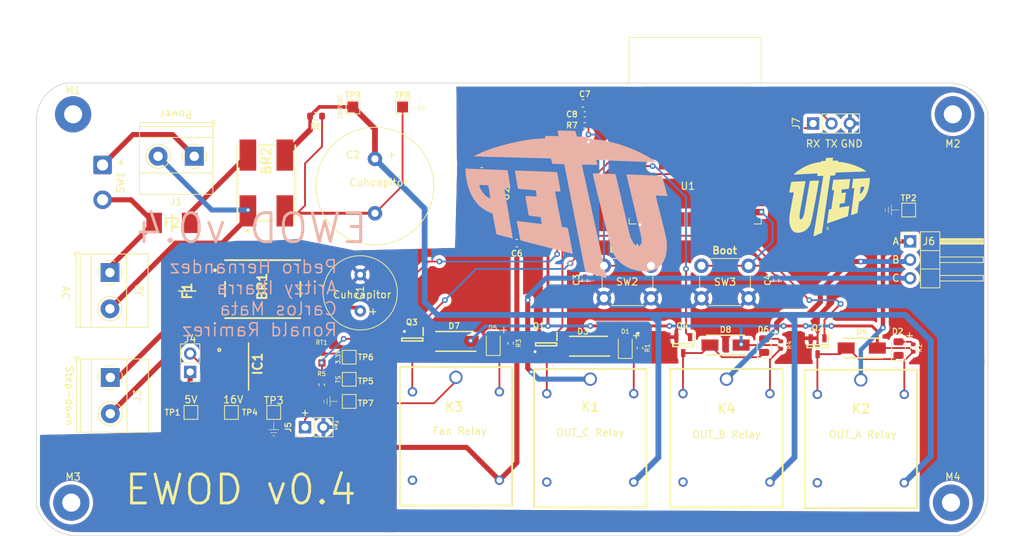
<source format=kicad_pcb>
(kicad_pcb (version 20211014) (generator pcbnew)
  (layers (0 "F.Cu" signal) (31 "B.Cu" signal) (34 "B.Paste" user) (35 "F.Paste" user) (36 "B.SilkS" user "B.Silkscreen") (37 "F.SilkS" user "F.Silkscreen") (38 "B.Mask" user) (39 "F.Mask" user) (44 "Edge.Cuts" user))
  (net 0 "")
  (net 1 "TEMP_SENS")
  (net 3 "IN_C")
  (net 4 "IN_B")
  (net 5 "IN_A")
  (net 9 "GND")
  (net 10 "+3V3")
  (net 11 "IN_D")
  (net 22 "/164DC")
  (net 23 "Net-(BR2-Pad2)")
  (net 24 "/R_POS")
  (net 25 "Net-(F1-Pad1)")
  (net 26 "Net-(BR1-Pad1)")
  (net 27 "/PSEL")
  (net 28 "/AC_N")
  (net 29 "/AC_P")
  (net 30 "Net-(D6-Pad1)")
  (net 31 "Net-(D2-Pad1)")
  (net 32 "Net-(D1-Pad1)")
  (net 33 "/OUT_D")
  (net 35 "/OUT_C")
  (net 37 "/OUT_A")
  (net 39 "/OUT_B")
  (net 41 "Net-(D1-Pad2)")
  (net 42 "Net-(D2-Pad2)")
  (net 43 "Net-(D6-Pad2)")
  (net 44 "Net-(IC1-Pad2)")
  (net 45 "Net-(BR2-Pad4)")
  (net 46 "Net-(BR1-Pad4)")
  (net 47 "EN")
  (net 48 "IO0")
  (net 49 "+5V")
  (net 50 "Net-(D5-Pad1)")
  (net 51 "Net-(D5-Pad2)")
  (net 52 "/ESP_RX")
  (net 53 "/ESP_TX")
  (footprint "1A Fuse:FUSC6125X279N" (layer "F.Cu") (at 105.156 64.262 90)
    (fp_text reference "F1")
    (fp_text value "0679L1000-01" hide)
  )
  (footprint "TestPoint:TestPoint_Pad_1.5x1.5mm" (layer "F.Cu") (at 111.252 81.026)
    (fp_text reference "TP4")
    (fp_text value "TestPoint_Alt")
  )
  (footprint "RF_Module:ESP32-WROOM-32" (layer "F.Cu") (at 175.26 45.128)
    (fp_text reference "U1")
    (fp_text value "ESP32-WROOM-32")
  )
  (footprint "TerminalBlock_Phoenix:TerminalBlock_Phoenix_MKDS-1,5-2_1x02_P5.00mm_Horizontal" (layer "F.Cu") (at 94.488 61.722 -90)
    (fp_text reference "J2")
    (fp_text value "Screw_Terminal_01x02")
  )
  (footprint "Capacitor_SMD:C_0402_1005Metric" (layer "F.Cu") (at 160.02 62.738 90)
    (fp_text reference "C3")
    (fp_text value "0.1uF")
  )
  (footprint "Connector_Wire:SolderWire-0.75sqmm_1x02_P4.8mm_D1.25mm_OD2.3mm" (layer "F.Cu") (at 93.472 46.876 -90)
    (fp_text reference "SW1")
    (fp_text value "SW_SPST")
  )
  (footprint "Resistor_SMD:R_0402_1005Metric" (layer "F.Cu") (at 167.64 72.136 -90)
    (fp_text reference "R1")
    (fp_text value "330")
  )
  (footprint "MountingHole:MountingHole_2.5mm_Pad" (layer "F.Cu") (at 89.408 39.878)
    (fp_text reference "M1")
    (fp_text value "MountingHole_2.5mm_Pad")
  )
  (footprint "S1G:DIOM5227X250N" (layer "F.Cu") (at 198.246 72.136 180)
    (fp_text reference "D4")
    (fp_text value "S1G" hide)
  )
  (footprint "SRD-05VDC:SRD" (layer "F.Cu") (at 160.782 76.432 -90)
    (fp_text reference "K1")
    (fp_text value "SRD-05VDC-SL-C" hide)
  )
  (footprint "Button_Switch_THT:SW_PUSH_6mm" (layer "F.Cu") (at 169.164 65.278 180)
    (fp_text reference "SW2")
    (fp_text value "SW_Push")
  )
  (footprint "TerminalBlock_Phoenix:TerminalBlock_Phoenix_MKDS-1,5-2_1x02_P5.00mm_Horizontal" (layer "F.Cu") (at 106.132 45.669 180)
    (fp_text reference "J1")
    (fp_text value "Screw_Terminal_01x02")
  )
  (footprint "TestPoint:TestPoint_Pad_1.5x1.5mm" (layer "F.Cu") (at 128.016 38.862)
    (fp_text reference "TP9")
    (fp_text value "TestPoint_Alt")
  )
  (footprint "MountingHole:MountingHole_2.5mm_Pad" (layer "F.Cu") (at 210.82 39.878)
    (fp_text reference "M2")
    (fp_text value "MountingHole_2.5mm_Pad")
  )
  (footprint "SRD-05VDC:SRD" (layer "F.Cu") (at 179.578 76.432 -90)
    (fp_text reference "K4")
    (fp_text value "SRD-05VDC-SL-C" hide)
  )
  (footprint "Resistor_SMD:R_0402_1005Metric" (layer "F.Cu") (at 149.776 71.472 -90)
    (fp_text reference "R3")
    (fp_text value "330")
  )
  (footprint "Connector_PinHeader_2.54mm:PinHeader_1x03_P2.54mm_Vertical" (layer "F.Cu") (at 191.531 41.148 90)
    (fp_text reference "J7")
    (fp_text value "Conn_01x03_Male")
  )
  (footprint "MountingHole:MountingHole_2.5mm_Pad" (layer "F.Cu") (at 210.566 93.472)
    (fp_text reference "M4")
    (fp_text value "MountingHole_2.5mm_Pad")
  )
  (footprint "Capacitor_THT:C_Radial_D16.0mm_H25.0mm_P7.50mm" (layer "F.Cu") (at 131.064 46.034 -90)
    (fp_text reference "C2")
    (fp_text value "100uF")
  )
  (footprint "UTEP:utep" (layer "F.Cu") (at 193.802 51.308)
    (fp_text reference "G***")
    (fp_text value "LOGO" hide)
  )
  (footprint "NCU18XH103F6SRB:THRMC1608X95N" (layer "F.Cu") (at 123.748 73.448 -90)
    (fp_text reference "RT1")
    (fp_text value "NCU18XH103F6SRB" hide)
  )
  (footprint "TerminalBlock_Phoenix:TerminalBlock_Phoenix_MKDS-1,5-2_1x02_P5.00mm_Horizontal" (layer "F.Cu") (at 94.539 76.2 -90)
    (fp_text reference "J3")
    (fp_text value "Screw_Terminal_01x02")
  )
  (footprint "TestPoint:TestPoint_Pad_1.5x1.5mm" (layer "F.Cu") (at 117.094 81.026)
    (fp_text reference "TP3")
    (fp_text value "TestPoint_Alt")
  )
  (footprint "LED_SMD:LED_0805_2012Metric" (layer "F.Cu") (at 203.326 72.2145 90)
    (fp_text reference "D2")
    (fp_text value "LED")
  )
  (footprint "Resistor_SMD:R_0603_1608Metric" (layer "F.Cu") (at 122.936 40.132 180)
    (fp_text reference "R6")
    (fp_text value "1M")
  )
  (footprint "S1G:DIOM5227X250N" (layer "F.Cu") (at 160.526 71.882 180)
    (fp_text reference "D3")
    (fp_text value "S1G" hide)
  )
  (footprint "TestPoint:TestPoint_Pad_1.5x1.5mm" (layer "F.Cu") (at 204.724 53.086)
    (fp_text reference "TP2")
    (fp_text value "TestPoint_Alt")
  )
  (footprint "GND_logo:gnd-logo" (layer "F.Cu") (at 124.968 79.502 -90)
    (fp_text reference "G***")
    (fp_text value "LOGO" hide)
  )
  (footprint "Resistor_SMD:R_0402_1005Metric" (layer "F.Cu") (at 205.358 72.136 -90)
    (fp_text reference "R2")
    (fp_text value "330")
  )
  (footprint "CD-DF410S:CD-DF410S" (layer "F.Cu") (at 116.078 49.356)
    (fp_text reference "BR2")
    (fp_text value "CD-DF410S" hide)
  )
  (footprint "GND_logo:gnd-logo" (layer "F.Cu") (at 117.094 83.312)
    (fp_text reference "G***")
    (fp_text value "LOGO" hide)
  )
  (footprint "SS8050:SOT95P240X115-3N" (layer "F.Cu") (at 136.214 70.964 -90)
    (fp_text reference "Q3")
    (fp_text value "SS8050-G" hide)
  )
  (footprint "GND_logo:gnd-logo" (layer "F.Cu") (at 202.438 53.086 -90)
    (fp_text reference "G***")
    (fp_text value "LOGO" hide)
  )
  (footprint "TestPoint:TestPoint_Pad_1.5x1.5mm" (layer "F.Cu") (at 134.874 38.862)
    (fp_text reference "TP8")
    (fp_text value "TestPoint_Alt")
  )
  (footprint "TestPoint:TestPoint_Pad_1.5x1.5mm" (layer "F.Cu") (at 105.664 81.026)
    (fp_text reference "TP1")
    (fp_text value "TestPoint_Alt")
  )
  (footprint "LED_SMD:LED_0805_2012Metric" (layer "F.Cu") (at 184.784 71.806859 90)
    (fp_text reference "D6")
    (fp_text value "LED")
  )
  (footprint "Package_TO_SOT_SMD:SOT-223-3_TabPin2" (layer "F.Cu") (at 151.13 51.054 90)
    (fp_text reference "U2")
    (fp_text value "NCP1117-3.3_SOT223")
  )
  (footprint "SRD-05VDC:SRD" (layer "F.Cu") (at 142.24 76.178 -90)
    (fp_text reference "K3")
    (fp_text value "SRD-05VDC-SL-C" hide)
  )
  (footprint "Resistor_SMD:R_0402_1005Metric" (layer "F.Cu") (at 123.698 77.214 -90)
    (fp_text reference "R5")
    (fp_text value "10k")
  )
  (footprint "SS8050:SOT95P240X115-3N" (layer "F.Cu") (at 192.15 71.882 -90)
    (fp_text reference "Q2")
    (fp_text value "SS8050-G" hide)
  )
  (footprint "SRD-05VDC:SRD" (layer "F.Cu") (at 198.12 76.532 -90)
    (fp_text reference "K2")
    (fp_text value "SRD-05VDC-SL-C" hide)
  )
  (footprint "Capacitor_SMD:C_0603_1608Metric" (layer "F.Cu") (at 150.635 57.658 180)
    (fp_text reference "C6")
    (fp_text value "10uF")
  )
  (footprint "Connector_PinHeader_2.54mm:PinHeader_1x02_P2.54mm_Vertical" (layer "F.Cu") (at 105.557 75.438 180)
    (fp_text reference "J4")
    (fp_text value "Conn_01x02_Male")
  )
  (footprint "MountingHole:MountingHole_2.5mm_Pad" (layer "F.Cu") (at 89.154 93.472)
    (fp_text reference "M3")
    (fp_text value "MountingHole_2.5mm_Pad")
  )
  (footprint "TestPoint:TestPoint_Pad_1.5x1.5mm" (layer "F.Cu") (at 127.508 73.406)
    (fp_text reference "TP6")
    (fp_text value "TestPoint_Alt")
  )
  (footprint "Capacitor_SMD:C_0402_1005Metric" (layer "F.Cu") (at 160.528 43.18 -90)
    (fp_text reference "C5")
    (fp_text value "0.1uF")
  )
  (footprint "S1G:DIOM5227X250N" (layer "F.Cu") (at 142.056 71.218 180)
    (fp_text reference "D7")
    (fp_text value "S1G" hide)
  )
  (footprint "CD-DF410S:CD-DF410S" (layer "F.Cu") (at 115.57 64.008 -90)
    (fp_text reference "BR1")
    (fp_text value "CD-DF410S" hide)
  )
  (footprint "BA17805FP-E2:ROHM_TO-252-3" (layer "F.Cu") (at 119.126 74.676 -90)
    (fp_text reference "IC1")
    (fp_text value "BA17805FP-E2" hide)
  )
  (footprint "Capacitor_SMD:C_0603_1608Metric" (layer "F.Cu") (at 145.796 47.752 180)
    (fp_text reference "C9")
    (fp_text value "10uF")
  )
  (footprint "LED_SMD:LED_0805_2012Metric" (layer "F.Cu") (at 165.606 71.882 90)
    (fp_text reference "D1")
    (fp_text value "LED")
  )
  (footprint "Capacitor_SMD:C_0603_1608Metric" (layer "F.Cu") (at 159.766 38.354 180)
    (fp_text reference "C7")
    (fp_text value "22uF")
  )
  (footprint "Resistor_SMD:R_0402_1005Metric" (layer "F.Cu") (at 160.02 41.402)
    (fp_text reference "R7")
    (fp_text value "10k")
  )
  (footprint "Connector_PinHeader_2.54mm:PinHeader_1x02_P2.54mm_Vertical" (layer "F.Cu") (at 121.412 83.058 90)
    (fp_text reference "J5")
    (fp_text value "Conn_01x02_Male")
  )
  (footprint "Capacitor_SMD:C_0402_1005Metric" (layer "F.Cu") (at 186.436 62.738 90)
    (fp_text reference "C4")
    (fp_text value "0.1uF")
  )
  (footprint "Capacitor_SMD:C_0402_1005Metric" (layer "F.Cu") (at 160.02 39.878 180)
    (fp_text reference "C8")
    (fp_text value "0.1uF")
  )
  (footprint "Capacitor_THT:C_Radial_D10.0mm_H16.0mm_P5.00mm" (layer "F.Cu") (at 129.032 67.016 90)
    (fp_text reference "C1")
    (fp_text value "1000uF")
  )
  (footprint "Resistor_SMD:R_0402_1005Metric" (layer "F.Cu") (at 187.07 71.728359 -90)
    (fp_text reference "R4")
    (fp_text value "330")
  )
  (footprint "TestPoint:TestPoint_Pad_1.5x1.5mm" (layer "F.Cu") (at 127.508 76.454)
    (fp_text reference "TP5")
    (fp_text value "TestPoint_Alt")
  )
  (footprint "Connector_PinHeader_2.54mm:PinHeader_1x03_P2.54mm_Horizontal" (layer "F.Cu") (at 204.921 57.419)
    (fp_text reference "J6")
    (fp_text value "Conn_01x03_Male")
  )
  (footprint "TestPoint:TestPoint_Pad_1.5x1.5mm" (layer "F.Cu") (at 127.508 79.502)
    (fp_text reference "TP7")
    (fp_text value "TestPoint_Alt")
  )
  (footprint "SS8050:SOT95P240X115-3N" (layer "F.Cu") (at 173.608 71.728359 -90)
    (fp_text reference "Q4")
    (fp_text value "SS8050-G" hide)
  )
  (footprint "SS8050:SOT95P240X115-3N" (layer "F.Cu") (at 154.684 71.628 -90)
    (fp_text reference "Q1")
    (fp_text value "SS8050-G" hide)
  )
  (footprint "S1G:DIOM5227X250N" (layer "F.Cu") (at 179.45 71.728359 180)
    (fp_text reference "D8")
    (fp_text value "S1G" hide)
  )
  (footprint "LED_SMD:LED_0805_2012Metric" (layer "F.Cu") (at 147.39 71.472 90)
    (fp_text reference "D5")
    (fp_text value "LED")
  )
  (footprint "GND_logo:gnd-logo" (layer "F.Cu") (at 137.16 38.956 90)
    (fp_text reference "G***")
    (fp_text value "LOGO" hide)
  )
  (footprint "Button_Switch_THT:SW_PUSH_6mm" (layer "F.Cu") (at 182.626 65.278 180)
    (fp_text reference "SW3")
    (fp_text value "SW_Push")
  )
  (footprint "1A Fuse:FUSC6125X279N" (layer "F.Cu") (at 103.039 54.864)
    (fp_text reference "F2")
    (fp_text value "0679L1000-01" hide)
  )
  (footprint "UTEP_logo_V2:utep_logo_v2" (layer "B.Cu") (at 157.48 52.324 180)
    (fp_text reference "G***")
    (fp_text value "LOGO" hide)
  )
  (gr_arc (start 210.524653 35.56) (mid 213.776557 36.786091) (end 215.646 39.715828) (layer "Edge.Cuts") (width 0.1))
  (gr_arc (start 84.328 40.640169) (mid 85.482942 37.401184) (end 88.387455 35.560337) (layer "Edge.Cuts") (width 0.1))
  (gr_line (start 215.646 92.456) (end 215.646 92.202) (layer "Edge.Cuts") (width 0.1))
  (gr_line (start 211.490172 98.044) (end 89.916 98.044) (layer "Edge.Cuts") (width 0.1))
  (gr_arc (start 89.916 98.044) (mid 86.429763 96.89688) (end 84.328 93.888172) (layer "Edge.Cuts") (width 0.1))
  (gr_arc (start 215.646 92.456) (mid 214.497526 95.94123) (end 211.490172 98.044) (layer "Edge.Cuts") (width 0.1))
  (gr_line (start 215.646 91.186) (end 215.646 92.202) (layer "Edge.Cuts") (width 0.1))
  (gr_line (start 84.328 93.888172) (end 84.328 40.640169) (layer "Edge.Cuts") (width 0.1))
  (gr_line (start 88.387455 35.560337) (end 210.524653 35.56) (layer "Edge.Cuts") (width 0.1))
  (gr_line (start 215.646 39.715828) (end 215.646 91.186) (layer "Edge.Cuts") (width 0.1))
  (gr_text "EWOD v0.4" (at 114.046 55.626) (layer "B.SilkS") (effects (font (size 4 4) (thickness 0.4)) (justify mirror)))
  (gr_text "Pedro Hernandez\nAritzy Ibarra\nCarlos Mata\nRonald Ramirez" (at 125.984 65.278) (layer "B.SilkS") (effects (font (size 1.8 1.8) (thickness 0.2)) (justify left mirror)))
  (gr_text "Step-down" (at 88.9 78.74 270) (layer "F.SilkS") (effects (font (size 1 1))))
  (gr_text "Power" (at 103.632 39.878 180) (layer "F.SilkS") (effects (font (size 1 1))))
  (gr_text "+" (at 186.308 69.950359) (layer "F.SilkS") (effects (font (size 1 1))))
  (gr_text "Fan" (at 125.73 82.804 270) (layer "F.SilkS") (effects (font (size 0.5 0.5) (thickness 0.1))))
  (gr_text "TX" (at 194.056 43.942) (layer "F.SilkS") (effects (font (size 1 1))))
  (gr_text "+" (at 96.012 46.482) (layer "F.SilkS") (effects (font (size 1 1))))
  (gr_text "B" (at 202.946 59.944) (layer "F.SilkS") (effects (font (size 1 1))))
  (gr_text "TS" (at 125.984 76.454 90) (layer "F.SilkS") (effects (font (size 0.6 0.6) (thickness 0.1))))
  (gr_text "Enable" (at 165.914 58.42) (layer "F.SilkS") (effects (font (size 1 1) (thickness 0.2))))
  (gr_text "+" (at 121.412 81.026) (layer "F.SilkS") (effects (font (size 1 1))))
  (gr_text "AC" (at 88.392 64.516 270) (layer "F.SilkS") (effects (font (size 1 1))))
  (gr_text "160VDC" (at 126.238 38.862 90) (layer "F.SilkS") (effects (font (size 0.6 0.6) (thickness 0.1))))
  (gr_text "OUT_A Relay" (at 198.374 84.074) (layer "F.SilkS") (effects (font (size 1 1))))
  (gr_text "+" (at 148.844 69.596) (layer "F.SilkS") (effects (font (size 1 1))))
  (gr_text "OUT_B Relay" (at 179.578 84.074) (layer "F.SilkS") (effects (font (size 1 1))))
  (gr_text "Fan Relay" (at 142.748 83.566) (layer "F.SilkS") (effects (font (size 1 1))))
  (gr_text "+" (at 133.35 45.466) (layer "F.SilkS") (effects (font (size 1 1))))
  (gr_text "Boot" (at 179.324 58.674) (layer "F.SilkS") (effects (font (size 1 1) (thickness 0.2))))
  (gr_text "EWOD v0.4" (at 112.522 91.694) (layer "F.SilkS") (effects (font (size 4 4) (thickness 0.4))))
  (gr_text "+" (at 167.13 70.358) (layer "F.SilkS") (effects (font (size 1 1))))
  (gr_text "Cuhcapitor" (at 129.286 64.77) (layer "F.SilkS") (effects (font (size 1 1))))
  (gr_text "OUT_C Relay" (at 160.782 83.82) (layer "F.SilkS") (effects (font (size 1 1))))
  (gr_text "3.3V" (at 125.984 73.406 90) (layer "F.SilkS") (effects (font (size 0.6 0.6) (thickness 0.1))))
  (gr_text "C" (at 202.946 62.484) (layer "F.SilkS") (effects (font (size 1 1))))
  (gr_text "A" (at 202.946 57.404) (layer "F.SilkS") (effects (font (size 1 1))))
  (gr_text "+" (at 204.85 70.358) (layer "F.SilkS") (effects (font (size 1 1))))
  (gr_text "GND" (at 196.85 43.942) (layer "F.SilkS") (effects (font (size 1 1))))
  (gr_text "Cuhcapitor" (at 131.572 49.276) (layer "F.SilkS") (effects (font (size 1 1))))
  (gr_text "16V" (at 111.506 79.248) (layer "F.SilkS") (effects (font (size 1 1))))
  (gr_text "+" (at 130.81 67.056) (layer "F.SilkS") (effects (font (size 1 1))))
  (gr_text "5V" (at 105.664 79.248) (layer "F.SilkS") (effects (font (size 1 1))))
  (gr_text "RX" (at 191.516 43.942) (layer "F.SilkS") (effects (font (size 1 1))))
  (segment (start 156.21 51.054) (end 156.21 59.182) (width 0.25) (layer "F.Cu") (net 1))
  (segment (start 123.748 74.198) (end 123.748 76.654) (width 0.25) (layer "F.Cu") (net 1))
  (segment (start 127.762 70.866) (end 126.746 70.866) (width 0.25) (layer "F.Cu") (net 1))
  (segment (start 139.954 60.198) (end 138.43 60.198) (width 0.25) (layer "F.Cu") (net 1))
  (segment (start 166.76 43.053) (end 164.211 43.053) (width 0.25) (layer "F.Cu") (net 1))
  (segment (start 123.948 76.454) (end 127.508 76.454) (width 0.25) (layer "F.Cu") (net 1))
  (segment (start 164.211 43.053) (end 156.21 51.054) (width 0.25) (layer "F.Cu") (net 1))
  (segment (start 138.43 60.198) (end 127.762 70.866) (width 0.25) (layer "F.Cu") (net 1))
  (segment (start 123.748 76.654) (end 123.698 76.704) (width 0.25) (layer "F.Cu") (net 1))
  (segment (start 123.698 76.704) (end 123.948 76.454) (width 0.25) (layer "F.Cu") (net 1))
  (via (at 126.746 70.866) (size 0.8) (drill 0.4) (layers "F.Cu" "B.Cu") (net 1))
  (via (at 139.954 60.198) (size 0.8) (drill 0.4) (layers "F.Cu" "B.Cu") (net 1))
  (via (at 156.21 59.182) (size 0.8) (drill 0.4) (layers "F.Cu" "B.Cu") (net 1))
  (via (at 123.698 74.168) (size 0.8) (drill 0.4) (layers "F.Cu" "B.Cu") (net 1))
  (segment (start 155.194 60.198) (end 139.954 60.198) (width 0.25) (layer "B.Cu") (net 1))
  (segment (start 156.21 59.182) (end 155.194 60.198) (width 0.25) (layer "B.Cu") (net 1))
  (segment (start 123.698 73.914) (end 123.698 74.168) (width 0.25) (layer "B.Cu") (net 1))
  (segment (start 126.746 70.866) (end 123.698 73.914) (width 0.25) (layer "B.Cu") (net 1))
  (segment (start 166.76 45.593) (end 164.211 45.593) (width 0.25) (layer "F.Cu") (net 3))
  (segment (start 164.211 45.593) (end 156.934511 52.869489) (width 0.25) (layer "F.Cu") (net 3))
  (segment (start 156.934511 52.869489) (end 156.934511 69.227489) (width 0.25) (layer "F.Cu") (net 3))
  (segment (start 156.934511 69.227489) (end 155.634 70.528) (width 0.25) (layer "F.Cu") (net 3))
  (segment (start 173.99 61.214) (end 173.99 70.060359) (width 0.25) (layer "F.Cu") (net 4))
  (segment (start 173.99 70.060359) (end 174.558 70.628359) (width 0.25) (layer "F.Cu") (net 4))
  (segment (start 166.76 46.863) (end 166.924511 47.027511) (width 0.25) (layer "F.Cu") (net 4))
  (segment (start 166.924511 47.027511) (end 169.380489 47.027511) (width 0.25) (layer "F.Cu") (net 4))
  (via (at 169.380489 47.027511) (size 0.8) (drill 0.4) (layers "F.Cu" "B.Cu") (net 4))
  (via (at 173.99 61.214) (size 0.8) (drill 0.4) (layers "F.Cu" "B.Cu") (net 4))
  (segment (start 169.380489 47.027511) (end 169.464125 47.027511) (width 0.25) (layer "B.Cu") (net 4))
  (segment (start 169.709511 47.027511) (end 173.99 51.308) (width 0.25) (layer "B.Cu") (net 4))
  (segment (start 173.99 51.308) (end 173.99 61.214) (width 0.25) (layer "B.Cu") (net 4))
  (segment (start 169.380489 47.027511) (end 169.709511 47.027511) (width 0.25) (layer "B.Cu") (net 4))
  (segment (start 182.372 56.896) (end 190.754 65.278) (width 0.25) (layer "F.Cu") (net 5))
  (segment (start 195.326 66.04) (end 193.1 68.266) (width 0.25) (layer "F.Cu") (net 5))
  (segment (start 166.76 48.133) (end 176.994022 48.133) (width 0.25) (layer "F.Cu") (net 5))
  (segment (start 182.372 53.510978) (end 182.372 56.896) (width 0.25) (layer "F.Cu") (net 5))
  (segment (start 193.1 68.266) (end 193.1 70.782) (width 0.25) (layer "F.Cu") (net 5))
  (segment (start 176.994022 48.133) (end 182.372 53.510978) (width 0.25) (layer "F.Cu") (net 5))
  (segment (start 190.754 65.278) (end 191.008 65.532) (width 0.25) (layer "F.Cu") (net 5))
  (via (at 191.008 65.532) (size 0.8) (drill 0.4) (layers "F.Cu" "B.Cu") (net 5))
  (via (at 195.326 66.04) (size 0.8) (drill 0.4) (layers "F.Cu" "B.Cu") (net 5))
  (segment (start 194.818 65.532) (end 195.326 66.04) (width 0.25) (layer "B.Cu") (net 5))
  (segment (start 191.008 65.532) (end 194.818 65.532) (width 0.25) (layer "B.Cu") (net 5))
  (via (at 167.386 70.104) (size 0.8) (drill 0.4) (layers "F.Cu" "B.Cu") (net 9))
  (via (at 167.64 55.118) (size 0.8) (drill 0.4) (layers "F.Cu" "B.Cu") (net 9))
  (via (at 153.162 72.644) (size 0.8) (drill 0.4) (layers "F.Cu" "B.Cu") (net 9))
  (via (at 160.528 43.688) (size 0.8) (drill 0.4) (layers "F.Cu" "B.Cu") (net 9))
  (via (at 135.128 69.85) (size 0.8) (drill 0.4) (layers "F.Cu" "B.Cu") (net 9))
  (segment (start 123.948 72.898) (end 127 72.898) (width 0.25) (layer "F.Cu") (net 10))
  (segment (start 154.94 69.088) (end 154.94 53.164978) (width 0.4) (layer "F.Cu") (net 10))
  (segment (start 127 72.898) (end 127.508 73.406) (width 0.25) (layer "F.Cu") (net 10))
  (segment (start 166.782 73.502) (end 167.638 72.646) (width 0.25) (layer "F.Cu") (net 10))
  (segment (start 205.358 72.646) (end 204.848 72.136) (width 0.25) (layer "F.Cu") (net 10))
  (segment (start 148.24 78.178) (end 148.24 73.518) (width 0.25) (layer "F.Cu") (net 10))
  (segment (start 138.674978 69.85) (end 143.002 69.85) (width 0.25) (layer "F.Cu") (net 10))
  (segment (start 154.94 53.164978) (end 152.575022 50.8) (width 0.4) (layer "F.Cu") (net 10))
  (segment (start 171.704 69.088) (end 162.814 69.088) (width 0.4) (layer "F.Cu") (net 10))
  (segment (start 148.24 73.518) (end 149.776 71.982) (width 0.25) (layer "F.Cu") (net 10))
  (segment (start 200.396 69.84) (end 199.644 69.088) (width 0.4) (layer "F.Cu") (net 10))
  (segment (start 146.723 47.904) (end 146.571 47.752) (width 0.25) (layer "F.Cu") (net 10))
  (segment (start 157.632 41.402) (end 159.51 41.402) (width 0.4) (layer "F.Cu") (net 10))
  (segment (start 151.13 50.8) (end 151.13 47.904) (width 0.4) (layer "F.Cu") (net 10))
  (segment (start 127.508 73.406) (end 129.724511 71.189489) (width 0.25) (layer "F.Cu") (net 10))
  (segment (start 151.13 54.204) (end 151.13 50.8) (width 0.4) (layer "F.Cu") (net 10))
  (segment (start 144.206 71.218) (end 144.33452 71.34652) (width 0.25) (layer "F.Cu") (net 10))
  (segment (start 160.5 38.395) (end 160.541 38.354) (width 0.25) (layer "F.Cu") (net 10))
  (segment (start 137.335489 71.189489) (end 138.674978 69.85) (width 0.25) (layer "F.Cu") (net 10))
  (segment (start 123.748 72.698) (end 123.948 72.898) (width 0.25) (layer "F.Cu") (net 10))
  (segment (start 185.578 78.412) (end 185.578 73.730359) (width 0.25) (layer "F.Cu") (net 10))
  (segment (start 162.676 71.882) (end 162.676 69.458) (width 0.4) (layer "F.Cu") (net 10))
  (segment (start 199.644 69.088) (end 194.056 69.088) (width 0.4) (layer "F.Cu") (net 10))
  (segment (start 200.396 72.136) (end 200.396 69.84) (width 0.4) (layer "F.Cu") (net 10))
  (segment (start 204.12 78.532) (end 204.12 73.884) (width 0.25) (layer "F.Cu") (net 10))
  (segment (start 160.922 37.973) (end 160.541 38.354) (width 0.25) (layer "F.Cu") (net 10))
  (segment (start 162.676 69.458) (end 162.676 69.226) (width 0.4) (layer "F.Cu") (net 10))
  (segment (start 162.814 69.088) (end 162.306 69.088) (width 0.4) (layer "F.Cu") (net 10))
  (segment (start 204.12 73.884) (end 205.358 72.646) (width 0.25) (layer "F.Cu") (net 10))
  (segment (start 162.306 69.088) (end 160.782 69.088) (width 0.4) (layer "F.Cu") (net 10))
  (segment (start 185.578 73.730359) (end 187.07 72.238359) (width 0.25) (layer "F.Cu") (net 10))
  (segment (start 190.5 69.088) (end 187.452 69.088) (width 0.4) (layer "F.Cu") (net 10))
  (segment (start 187.07 72.238359) (end 186.56 71.728359) (width 0.25) (layer "F.Cu") (net 10))
  (segment (start 160.5 40.412) (end 160.5 39.624) (width 0.25) (layer "F.Cu") (net 10))
  (segment (start 162.676 69.458) (end 162.306 69.088) (width 0.4) (layer "F.Cu") (net 10))
  (segment (start 151.13 47.904) (end 146.723 47.904) (width 0.25) (layer "F.Cu") (net 10))
  (segment (start 151.13 47.904) (end 157.632 41.402) (width 0.4) (layer "F.Cu") (net 10))
  (segment (start 144.33452 71.34652) (end 149.14052 71.34652) (width 0.25) (layer "F.Cu") (net 10))
  (segment (start 186.56 71.728359) (end 181.6 71.728359) (width 0.25) (layer "F.Cu") (net 10))
  (segment (start 166.782 78.432) (end 166.782 73.502) (width 0.25) (layer "F.Cu") (net 10))
  (segment (start 152.575022 50.8) (end 151.13 50.8) (width 0.4) (layer "F.Cu") (net 10))
  (segment (start 167.638 72.646) (end 166.874 71.882) (width 0.25) (layer "F.Cu") (net 10))
  (segment (start 143.002 69.85) (end 144.272 71.12) (width 0.25) (layer "F.Cu") (net 10))
  (segment (start 129.724511 71.189489) (end 137.335489 71.189489) (width 0.25) (layer "F.Cu") (net 10))
  (segment (start 159.51 41.402) (end 160.5 40.412) (width 0.25) (layer "F.Cu") (net 10))
  (segment (start 166.874 71.882) (end 162.676 71.882) (width 0.25) (layer "F.Cu") (net 10))
  (segment (start 160.5 39.624) (end 160.5 38.395) (width 0.25) (layer "F.Cu") (net 10))
  (segment (start 204.848 72.136) (end 200.396 72.136) (width 0.25) (layer "F.Cu") (net 10))
  (segment (start 166.76 37.973) (end 160.922 37.973) (width 0.25) (layer "F.Cu") (net 10))
  (segment (start 162.676 69.226) (end 162.814 69.088) (width 0.4) (layer "F.Cu") (net 10))
  (segment (start 149.14052 71.34652) (end 149.776 71.982) (width 0.25) (layer "F.Cu") (net 10))
  (via (at 144.272 71.12) (size 0.8) (drill 0.4) (layers "F.Cu" "B.Cu") (net 10))
  (via (at 187.452 69.088) (size 0.8) (drill 0.4) (layers "F.Cu" "B.Cu") (net 10))
  (via (at 160.782 69.088) (size 0.8) (drill 0.4) (layers "F.Cu" "B.Cu") (net 10))
  (via (at 171.704 69.088) (size 0.8) (drill 0.4) (layers "F.Cu" "B.Cu") (net 10))
  (via (at 190.5 69.088) (size 0.8) (drill 0.4) (layers "F.Cu" "B.Cu") (net 10))
  (via (at 181.61 71.628) (size 0.8) (drill 0.4) (layers "F.Cu" "B.Cu") (net 10))
  (via (at 154.94 69.088) (size 0.8) (drill 0.4) (layers "F.Cu" "B.Cu") (net 10))
  (via (at 194.056 69.088) (size 0.8) (drill 0.4) (layers "F.Cu" "B.Cu") (net 10))
  (segment (start 181.6 69.332) (end 181.6 71.618) (width 0.4) (layer "B.Cu") (net 10))
  (segment (start 194.056 69.088) (end 190.5 69.088) (width 0.4) (layer "B.Cu") (net 10))
  (segment (start 176.022 69.088) (end 171.704 69.088) (width 0.4) (layer "B.Cu") (net 10))
  (segment (start 181.6 71.618) (end 181.61 71.628) (width 0.4) (layer "B.Cu") (net 10))
  (segment (start 144.272 71.12) (end 146.304 69.088) (width 0.4) (layer "B.Cu") (net 10))
  (segment (start 181.356 69.088) (end 176.022 69.088) (width 0.4) (layer "B.Cu") (net 10))
  (segment (start 146.304 69.088) (end 160.782 69.088) (width 0.4) (layer "B.Cu") (net 10))
  (segment (start 181.6 69.332) (end 181.356 69.088) (width 0.4) (layer "B.Cu") (net 10))
  (segment (start 187.452 69.088) (end 181.356 69.088) (width 0.4) (layer "B.Cu") (net 10))
  (segment (start 137.164 69.084) (end 137.164 69.864) (width 0.25) (layer "F.Cu") (net 11))
  (segment (start 179.705 54.383) (end 179.705 55.633) (width 0.25) (layer "F.Cu") (net 11))
  (segment (start 178.696 56.642) (end 161.798 56.642) (width 0.25) (layer "F.Cu") (net 11))
  (segment (start 161.798 56.642) (end 157.988 60.452) (width 0.25) (layer "F.Cu") (net 11))
  (segment (start 140.716 65.532) (end 137.164 69.084) (width 0.25) (layer "F.Cu") (net 11))
  (segment (start 179.705 55.633) (end 178.696 56.642) (width 0.25) (layer "F.Cu") (net 11))
  (via (at 157.988 60.452) (size 0.8) (drill 0.4) (layers "F.Cu" "B.Cu") (net 11))
  (via (at 140.716 65.532) (size 0.8) (drill 0.4) (layers "F.Cu" "B.Cu") (net 11))
  (segment (start 157.988 60.452) (end 157.226 61.214) (width 0.25) (layer "B.Cu") (net 11))
  (segment (start 145.034 61.214) (end 140.716 65.532) (width 0.25) (layer "B.Cu") (net 11))
  (segment (start 157.226 61.214) (end 145.034 61.214) (width 0.25) (layer "B.Cu") (net 11))
  (segment (start 128.016 38.862) (end 123.381 38.862) (width 0.5) (layer "F.Cu") (net 22))
  (segment (start 123.381 38.862) (end 122.111 40.132) (width 0.5) (layer "F.Cu") (net 22))
  (segment (start 122.111 42.023) (end 122.111 40.132) (width 0.5) (layer "F.Cu") (net 22))
  (segment (start 118.628 45.506) (end 122.111 42.023) (width 0.8) (layer "F.Cu") (net 22))
  (segment (start 131.064 41.91) (end 128.016 38.862) (width 0.8) (layer "F.Cu") (net 22))
  (segment (start 131.064 46.034) (end 131.064 41.91) (width 0.8) (layer "F.Cu") (net 22))
  (segment (start 188.976 67.564) (end 188.976 68.58) (width 0.8) (layer "B.Cu") (net 22))
  (segment (start 139.7 67.564) (end 145.034 67.564) (width 0.8) (layer "B.Cu") (net 22))
  (segment (start 187.96 67.564) (end 187.706 67.564) (width 0.8) (layer "B.Cu") (net 22))
  (segment (start 145.034 67.564) (end 169.164 67.564) (width 0.8) (layer "B.Cu") (net 22))
  (segment (start 187.706 67.564) (end 188.976 67.564) (width 0.8) (layer "B.Cu") (net 22))
  (segment (start 207.772 87.08) (end 204.12 90.732) (width 0.8) (layer "B.Cu") (net 22))
  (segment (start 131.064 46.034) (end 137.922 52.892) (width 0.8) (layer "B.Cu") (net 22))
  (segment (start 188.976 67.564) (end 204.216 67.564) (width 0.8) (layer "B.Cu") (net 22))
  (segment (start 170.18 69.088) (end 170.18 87.234) (width 0.8) (layer "B.Cu") (net 22))
  (segment (start 188.976 68.58) (end 187.96 67.564) (width 0.8) (layer "B.Cu") (net 22))
  (segment (start 207.772 71.12) (end 207.772 87.08) (width 0.8) (layer "B.Cu") (net 22))
  (segment (start 137.922 65.786) (end 139.7 67.564) (width 0.8) (layer "B.Cu") (net 22))
  (segment (start 137.922 52.892) (end 137.922 65.786) (width 0.8) (layer "B.Cu") (net 22))
  (segment (start 169.164 67.564) (end 170.18 67.564) (width 0.8) (layer "B.Cu") (net 22))
  (segment (start 170.18 67.564) (end 187.706 67.564) (width 0.8) (layer "B.Cu") (net 22))
  (segment (start 170.18 68.58) (end 170.18 69.088) (width 0.8) (layer "B.Cu") (net 22))
  (segment (start 170.18 67.564) (end 170.18 69.088) (width 0.8) (layer "B.Cu") (net 22))
  (segment (start 207.772 71.12) (end 204.216 67.564) (width 0.8) (layer "B.Cu") (net 22))
  (segment (start 169.164 67.564) (end 170.18 68.58) (width 0.8) (layer "B.Cu") (net 22))
  (segment (start 188.976 68.58) (end 188.976 87.214) (width 0.8) (layer "B.Cu") (net 22))
  (segment (start 188.976 87.214) (end 185.578 90.612) (width 0.8) (layer "B.Cu") (net 22))
  (segment (start 170.18 87.234) (end 166.782 90.632) (width 0.8) (layer "B.Cu") (net 22))
  (segment (start 134.874 38.862) (end 134.874 49.724) (width 0.25) (layer "F.Cu") (net 23))
  (segment (start 123.761 40.132) (end 123.761 44.322022) (width 0.25) (layer "F.Cu") (net 23))
  (segment (start 131.064 53.534) (end 120.336 53.534) (width 0.4) (layer "F.Cu") (net 23))
  (segment (start 121.412 46.671022) (end 121.412 52.458) (width 0.25) (layer "F.Cu") (net 23))
  (segment (start 123.761 44.322022) (end 121.412 46.671022) (width 0.25) (layer "F.Cu") (net 23))
  (segment (start 120.336 53.534) (end 118.956 53.534) (width 0.4) (layer "F.Cu") (net 23))
  (segment (start 121.412 52.458) (end 120.336 53.534) (width 0.25) (layer "F.Cu") (net 23))
  (segment (start 134.874 49.724) (end 131.064 53.534) (width 0.25) (layer "F.Cu") (net 23))
  (segment (start 118.956 53.534) (end 118.628 53.206) (width 0.25) (layer "F.Cu") (net 23))
  (segment (start 117.094 66.558) (end 111.276 72.376) (width 0.5) (layer "F.Cu") (net 24))
  (segment (start 128.574 66.558) (end 129.032 67.016) (width 0.5) (layer "F.Cu") (net 24))
  (segment (start 113.03 74.13) (end 111.276 72.376) (width 0.25) (layer "F.Cu") (net 24))
  (segment (start 111.252 81.026) (end 113.03 79.248) (width 0.25) (layer "F.Cu") (net 24))
  (segment (start 119.42 66.558) (end 128.574 66.558) (width 0.5) (layer "F.Cu") (net 24))
  (segment (start 113.03 79.248) (end 113.03 74.13) (width 0.25) (layer "F.Cu") (net 24))
  (segment (start 119.42 66.558) (end 117.094 66.558) (width 0.5) (layer "F.Cu") (net 24))
  (segment (start 94.539 76.2) (end 95.673 76.2) (width 0.7) (layer "F.Cu") (net 25))
  (segment (start 95.673 76.2) (end 105.156 66.717) (width 0.7) (layer "F.Cu") (net 25))
  (segment (start 107.95 65.228) (end 111.72 61.458) (width 0.7) (layer "F.Cu") (net 26))
  (segment (start 94.539 81.2) (end 106.880511 68.858489) (width 0.7) (layer "F.Cu") (net 26))
  (segment (start 106.909511 68.858489) (end 107.95 67.818) (width 0.7) (layer "F.Cu") (net 26))
  (segment (start 107.95 67.818) (end 107.95 65.228) (width 0.7) (layer "F.Cu") (net 26))
  (segment (start 106.880511 68.858489) (end 106.909511 68.858489) (width 0.25) (layer "F.Cu") (net 26))
  (segment (start 103.135 42.672) (end 106.132 45.669) (width 0.7) (layer "F.Cu") (net 27))
  (segment (start 97.676 42.672) (end 103.135 42.672) (width 0.7) (layer "F.Cu") (net 27))
  (segment (start 97.676 42.672) (end 93.472 46.876) (width 0.7) (layer "F.Cu") (net 27))
  (segment (start 94.488 66.722) (end 103.552 57.658) (width 0.7) (layer "F.Cu") (net 28))
  (segment (start 103.552 57.658) (end 109.982 57.658) (width 0.7) (layer "F.Cu") (net 28))
  (segment (start 109.982 57.658) (end 113.528 54.112) (width 0.7) (layer "F.Cu") (net 28))
  (segment (start 113.528 54.112) (end 113.528 53.206) (width 0.7) (layer "F.Cu") (net 28))
  (via (at 113.538 53.086) (size 0.8) (drill 0.4) (layers "F.Cu" "B.Cu") (net 28))
  (segment (start 108.549 53.086) (end 113.538 53.086) (width 0.7) (layer "B.Cu") (net 28))
  (segment (start 101.132 45.669) (end 108.549 53.086) (width 0.7) (layer "B.Cu") (net 28))
  (segment (start 93.472 51.676) (end 97.396 51.676) (width 0.7) (layer "F.Cu") (net 29))
  (segment (start 97.396 51.676) (end 100.584 54.864) (width 0.7) (layer "F.Cu") (net 29))
  (segment (start 94.488 60.96) (end 94.488 61.722) (width 0.7) (layer "F.Cu") (net 29))
  (segment (start 100.584 54.864) (end 94.488 60.96) (width 0.7) (layer "F.Cu") (net 29))
  (segment (start 173.578 72.858359) (end 173.608 72.828359) (width 0.25) (layer "F.Cu") (net 30))
  (segment (start 177.3 71.728359) (end 178.977641 73.406) (width 0.25) (layer "F.Cu") (net 30))
  (segment (start 173.608 72.828359) (end 176.2 72.828359) (width 0.25) (layer "F.Cu") (net 30))
  (segment (start 178.977641 73.406) (end 184.122359 73.406) (width 0.25) (layer "F.Cu") (net 30))
  (segment (start 173.578 78.412) (end 173.578 72.858359) (width 0.25) (layer "F.Cu") (net 30))
  (segment (start 184.122359 73.406) (end 184.784 72.744359) (width 0.25) (layer "F.Cu") (net 30))
  (segment (start 176.2 72.828359) (end 177.3 71.728359) (width 0.25) (layer "F.Cu") (net 30))
  (segment (start 192.12 78.532) (end 192.12 73.012) (width 0.25) (layer "F.Cu") (net 31))
  (segment (start 202.818 73.66) (end 203.326 73.152) (width 0.25) (layer "F.Cu") (net 31))
  (segment (start 197.866 73.66) (end 202.818 73.66) (width 0.25) (layer "F.Cu") (net 31))
  (segment (start 195.25 72.982) (end 196.096 72.136) (width 0.25) (layer "F.Cu") (net 31))
  (segment (start 192.12 73.012) (end 192.15 72.982) (width 0.25) (layer "F.Cu") (net 31))
  (segment (start 196.342 72.136) (end 197.866 73.66) (width 0.25) (layer "F.Cu") (net 31))
  (segment (start 192.15 72.982) (end 195.25 72.982) (width 0.25) (layer "F.Cu") (net 31))
  (segment (start 196.096 72.136) (end 196.342 72.136) (width 0.25) (layer "F.Cu") (net 31))
  (segment (start 165.606 72.8195) (end 165.0195 73.406) (width 0.25) (layer "F.Cu") (net 32))
  (segment (start 154.782 78.432) (end 154.782 72.826) (width 0.25) (layer "F.Cu") (net 32))
  (segment (start 159.9 73.406) (end 158.376 71.882) (width 0.25) (layer "F.Cu") (net 32))
  (segment (start 154.782 72.826) (end 154.684 72.728) (width 0.25) (layer "F.Cu") (net 32))
  (segment (start 165.0195 73.406) (end 159.9 73.406) (width 0.25) (layer "F.Cu") (net 32))
  (segment (start 157.53 72.728) (end 158.376 71.882) (width 0.25) (layer "F.Cu") (net 32))
  (segment (start 154.684 72.728) (end 157.53 72.728) (width 0.25) (layer "F.Cu") (net 32))
  (segment (start 121.412 83.058) (end 121.412 81.958) (width 0.25) (layer "F.Cu") (net 33))
  (segment (start 131.572 78.232) (end 133.096 79.756) (width 0.25) (layer "F.Cu") (net 33))
  (segment (start 139.192 79.756) (end 142.24 76.708) (width 0.25) (layer "F.Cu") (net 33))
  (segment (start 125.138 78.232) (end 131.572 78.232) (width 0.25) (layer "F.Cu") (net 33))
  (segment (start 121.412 81.958) (end 125.138 78.232) (width 0.25) (layer "F.Cu") (net 33))
  (segment (start 133.096 79.756) (end 139.192 79.756) (width 0.25) (layer "F.Cu") (net 33))
  (segment (start 142.24 76.708) (end 142.24 76.178) (width 0.25) (layer "F.Cu") (net 33))
  (segment (start 152.146 74.93) (end 152.654 75.438) (width 0.7) (layer "F.Cu") (net 35))
  (segment (start 152.146 65.532) (end 152.146 74.93) (width 0.7) (layer "F.Cu") (net 35))
  (via (at 152.654 75.438) (size 0.8) (drill 0.4) (layers "F.Cu" "B.Cu") (net 35))
  (via (at 152.146 65.532) (size 0.8) (drill 0.4) (layers "F.Cu" "B.Cu") (net 35))
  (segment (start 153.648 76.432) (end 152.654 75.438) (width 0.7) (layer "B.Cu") (net 35))
  (segment (start 154.671 62.499) (end 204.921 62.499) (width 0.7) (layer "B.Cu") (net 35))
  (segment (start 152.146 65.532) (end 152.146 65.024) (width 0.7) (layer "B.Cu") (net 35))
  (segment (start 160.782 76.432) (end 153.648 76.432) (width 0.7) (layer "B.Cu") (net 35))
  (segment (start 152.146 65.024) (end 154.671 62.499) (width 0.7) (layer "B.Cu") (net 35))
  (segment (start 201.168 59.436) (end 203.2 57.404) (width 0.6) (layer "F.Cu") (net 37))
  (segment (start 201.168 69.342) (end 201.168 59.436) (width 0.6) (layer "F.Cu") (net 37))
  (segment (start 203.215 57.419) (end 204.921 57.419) (width 0.6) (layer "F.Cu") (net 37))
  (segment (start 203.2 57.404) (end 203.215 57.419) (width 0.6) (layer "F.Cu") (net 37))
  (via (at 201.168 69.342) (size 0.8) (drill 0.4) (layers "F.Cu" "B.Cu") (net 37))
  (segment (start 198.12 76.532) (end 198.12 72.39) (width 0.6) (layer "B.Cu") (net 37))
  (segment (start 198.12 72.39) (end 201.168 69.342) (width 0.6) (layer "B.Cu") (net 37))
  (segment (start 187.633188 67.564) (end 186.502489 68.694699) (width 0.7) (layer "F.Cu") (net 39))
  (segment (start 196.596 60.198) (end 192.532 64.262) (width 0.7) (layer "F.Cu") (net 39))
  (segment (start 198.12 60.198) (end 196.596 60.198) (width 0.7) (layer "F.Cu") (net 39))
  (segment (start 190.754 67.564) (end 187.633188 67.564) (width 0.7) (layer "F.Cu") (net 39))
  (segment (start 186.502489 69.821011) (end 186.436 69.8875) (width 0.7) (layer "F.Cu") (net 39))
  (segment (start 192.532 64.262) (end 192.532 65.786) (width 0.7) (layer "F.Cu") (net 39))
  (segment (start 192.532 65.786) (end 190.754 67.564) (width 0.7) (layer "F.Cu") (net 39))
  (segment (start 186.502489 68.694699) (end 186.502489 69.821011) (width 0.7) (layer "F.Cu") (net 39))
  (via (at 198.12 60.198) (size 0.8) (drill 0.4) (layers "F.Cu" "B.Cu") (net 39))
  (via (at 186.436 69.8875) (size 0.8) (drill 0.4) (layers "F.Cu" "B.Cu") (net 39))
  (segment (start 198.12 60.198) (end 204.682 60.198) (width 0.7) (layer "B.Cu") (net 39))
  (segment (start 179.578 76.412) (end 186.1025 69.8875) (width 0.7) (layer "B.Cu") (net 39))
  (segment (start 186.1025 69.8875) (end 186.436 69.8875) (width 0.7) (layer "B.Cu") (net 39))
  (segment (start 204.682 60.198) (end 204.921 59.959) (width 0.7) (layer "B.Cu") (net 39))
  (segment (start 166.9565 70.9445) (end 167.638 71.626) (width 0.25) (layer "F.Cu") (net 41))
  (segment (start 165.606 70.9445) (end 166.9565 70.9445) (width 0.25) (layer "F.Cu") (net 41))
  (segment (start 203.326 71.277) (end 205.009 71.277) (width 0.25) (layer "F.Cu") (net 42))
  (segment (start 205.009 71.277) (end 205.358 71.626) (width 0.25) (layer "F.Cu") (net 42))
  (segment (start 184.784 70.869359) (end 186.721 70.869359) (width 0.25) (layer "F.Cu") (net 43))
  (segment (start 186.721 70.869359) (end 187.07 71.218359) (width 0.25) (layer "F.Cu") (net 43))
  (segment (start 111.276 75.97) (end 111.276 76.976) (width 0.25) (layer "F.Cu") (net 44))
  (segment (start 106.827 74.168) (end 109.474 74.168) (width 0.25) (layer "F.Cu") (net 44))
  (segment (start 105.557 72.898) (end 106.827 74.168) (width 0.25) (layer "F.Cu") (net 44))
  (segment (start 109.474 74.168) (end 111.276 75.97) (width 0.25) (layer "F.Cu") (net 44))
  (segment (start 105.494 54.864) (end 105.494 53.54) (width 0.7) (layer "F.Cu") (net 45))
  (segment (start 105.494 53.54) (end 113.528 45.506) (width 0.7) (layer "F.Cu") (net 45))
  (segment (start 119.42 61) (end 119.42 61.458) (width 0.25) (layer "F.Cu") (net 46))
  (segment (start 108.035 58.928) (end 117.348 58.928) (width 0.5) (layer "F.Cu") (net 46))
  (segment (start 105.156 61.807) (end 108.035 58.928) (width 0.5) (layer "F.Cu") (net 46))
  (segment (start 117.348 58.928) (end 119.42 61) (width 0.5) (layer "F.Cu") (net 46))
  (segment (start 160.53493 42.7) (end 160.528 42.7) (width 0.25) (layer "F.Cu") (net 47))
  (segment (start 160.53 41.402) (end 160.53 42.698) (width 0.25) (layer "F.Cu") (net 47))
  (segment (start 160.53 42.698) (end 160.528 42.7) (width 0.25) (layer "F.Cu") (net 47))
  (segment (start 162.689 39.243) (end 166.76 39.243) (width 0.25) (layer "F.Cu") (net 47))
  (segment (start 160.53 41.402) (end 162.689 39.243) (width 0.25) (layer "F.Cu") (net 47))
  (segment (start 161.184 62.258) (end 162.664 60.778) (width 0.25) (layer "F.Cu") (net 47))
  (segment (start 160.02 62.258) (end 161.184 62.258) (width 0.25) (layer "F.Cu") (net 47))
  (segment (start 169.164 60.778) (end 162.664 60.778) (width 0.25) (layer "F.Cu") (net 47))
  (via (at 160.528 42.672) (size 0.8) (drill 0.4) (layers "F.Cu" "B.Cu") (net 47))
  (segment (start 162.664 43.792) (end 161.544 42.672) (width 0.25) (layer "B.Cu") (net 47))
  (segment (start 161.544 42.672) (end 160.528 42.672) (width 0.25) (layer "B.Cu") (net 47))
  (segment (start 162.664 60.778) (end 162.664 43.792) (width 0.25) (layer "B.Cu") (net 47))
  (segment (start 176.126 60.778) (end 182.626 60.778) (width 0.25) (layer "F.Cu") (net 48))
  (segment (start 184.956 60.778) (end 182.626 60.778) (width 0.25) (layer "F.Cu") (net 48))
  (segment (start 186.436 62.258) (end 184.956 60.778) (width 0.25) (layer "F.Cu") (net 48))
  (via (at 184.404 53.34) (size 0.8) (drill 0.4) (layers "F.Cu" "B.Cu") (net 48))
  (segment (start 185.928 57.476) (end 185.928 54.864) (width 0.25) (layer "B.Cu") (net 48))
  (segment (start 185.928 54.864) (end 184.404 53.34) (width 0.25) (layer "B.Cu") (net 48))
  (segment (start 182.626 60.778) (end 185.928 57.476) (width 0.25) (layer "B.Cu") (net 48))
  (segment (start 105.557 80.919) (end 105.664 81.026) (width 0.25) (layer "F.Cu") (net 49))
  (segment (start 151.41 57.658) (end 153.43 55.638) (width 0.7) (layer "F.Cu") (net 49))
  (segment (start 150.64552 58.442816) (end 151.41 57.678336) (width 0.7) (layer "F.Cu") (net 49))
  (segment (start 151.41 57.678336) (end 151.41 57.658) (width 0.7) (layer "F.Cu") (net 49))
  (segment (start 148.24 90.378) (end 143.714 85.852) (width 0.7) (layer "F.Cu") (net 49))
  (segment (start 112.522 85.852) (end 105.557 78.887) (width 0.7) (layer "F.Cu") (net 49))
  (segment (start 148.24 90.378) (end 150.64552 87.97248) (width 0.7) (layer "F.Cu") (net 49))
  (segment (start 105.557 75.438) (end 105.557 80.919) (width 0.7) (layer "F.Cu") (net 49))
  (segment (start 150.64552 87.97248) (end 150.64552 58.442816) (width 0.7) (layer "F.Cu") (net 49))
  (segment (start 105.557 78.887) (end 105.557 78.125) (width 0.7) (layer "F.Cu") (net 49))
  (segment (start 153.43 55.638) (end 153.43 54.204) (width 0.7) (layer "F.Cu") (net 49))
  (segment (start 143.714 85.852) (end 112.522 85.852) (width 0.7) (layer "F.Cu") (net 49))
  (segment (start 141.332 72.644) (end 147.1555 72.644) (width 0.25) (layer "F.Cu") (net 50))
  (segment (start 147.1555 72.644) (end 147.39 72.4095) (width 0.25) (layer "F.Cu") (net 50))
  (segment (start 136.214 78.152) (end 136.24 78.178) (width 0.25) (layer "F.Cu") (net 50))
  (segment (start 136.214 72.064) (end 139.06 72.064) (width 0.25) (layer "F.Cu") (net 50))
  (segment (start 139.906 71.218) (end 141.332 72.644) (width 0.25) (layer "F.Cu") (net 50))
  (segment (start 139.06 72.064) (end 139.906 71.218) (width 0.25) (layer "F.Cu") (net 50))
  (segment (start 136.214 72.064) (end 136.214 78.152) (width 0.25) (layer "F.Cu") (net 50))
  (segment (start 147.39 70.5345) (end 149.3485 70.5345) (width 0.25) (layer "F.Cu") (net 51))
  (segment (start 149.3485 70.5345) (end 149.776 70.962) (width 0.25) (layer "F.Cu") (net 51))
  (segment (start 183.76 41.783) (end 190.896 41.783) (width 0.25) (layer "F.Cu") (net 52))
  (segment (start 190.896 41.783) (end 191.531 41.148) (width 0.25) (layer "F.Cu") (net 52))
  (segment (start 183.76 40.513) (end 188.595 40.513) (width 0.25) (layer "F.Cu") (net 53))
  (segment (start 192.293 39.37) (end 194.071 41.148) (width 0.25) (layer "F.Cu") (net 53))
  (segment (start 189.738 39.37) (end 192.293 39.37) (width 0.25) (layer "F.Cu") (net 53))
  (segment (start 188.595 40.513) (end 189.738 39.37) (width 0.25) (layer "F.Cu") (net 53))
  (zone (net 9) (net_name "GND") (layers F&B.Cu) (connect_pads (clearance 0.508)) (min_thickness 0.254) (fill yes (thermal_gap 0.508) (thermal_bridge_width 0.508))
    (polygon (pts (xy 215.392 92.71) (xy 215.392 93.726) (xy 215.138 94.488) (xy 214.122 96.171189) (xy 213.106 97.028) (xy 211.582 97.79) (xy 209.296 98.044) (xy 132.331696 97.950085) (xy 132.329907 94.394072) (xy 206.248 94.742) (xy 206.248 73.565189) (xy 215.392 73.565189)))
  )
  (zone (net 9) (net_name "GND") (layers F&B.Cu) (connect_pads (clearance 0.508)) (min_thickness 0.254) (fill yes (thermal_gap 0.508) (thermal_bridge_width 0.508))
    (polygon (pts (xy 212.344 36.068) (xy 214.122 37.338001) (xy 215.646 39.878001) (xy 215.392 74.422) (xy 134.112 74.168) (xy 134.052944 97.735218) (xy 89.154001 97.79) (xy 85.896207 96.266) (xy 84.582 93.536454) (xy 84.582 89.691784) (xy 84.582 86.046962) (xy 84.582 84.138454) (xy 101.542376 83.760962) (xy 101.542376 77.918962) (xy 101.542376 74.870962) (xy 101.542376 71.532096) (xy 101.530453 60.041175) (xy 104.082376 57.598962) (xy 108.654376 57.598962) (xy 111.956376 57.344962) (xy 116.274376 57.344962) (xy 120.375887 57.119018) (xy 128.27 58.674) (xy 142.131465 58.318625) (xy 142.427157 46.657251) (xy 142.378338 46.191754) (xy 142.306386 36.425183) (xy 142.24 35.814) (xy 210.508376 35.56)))
  )
)
</source>
